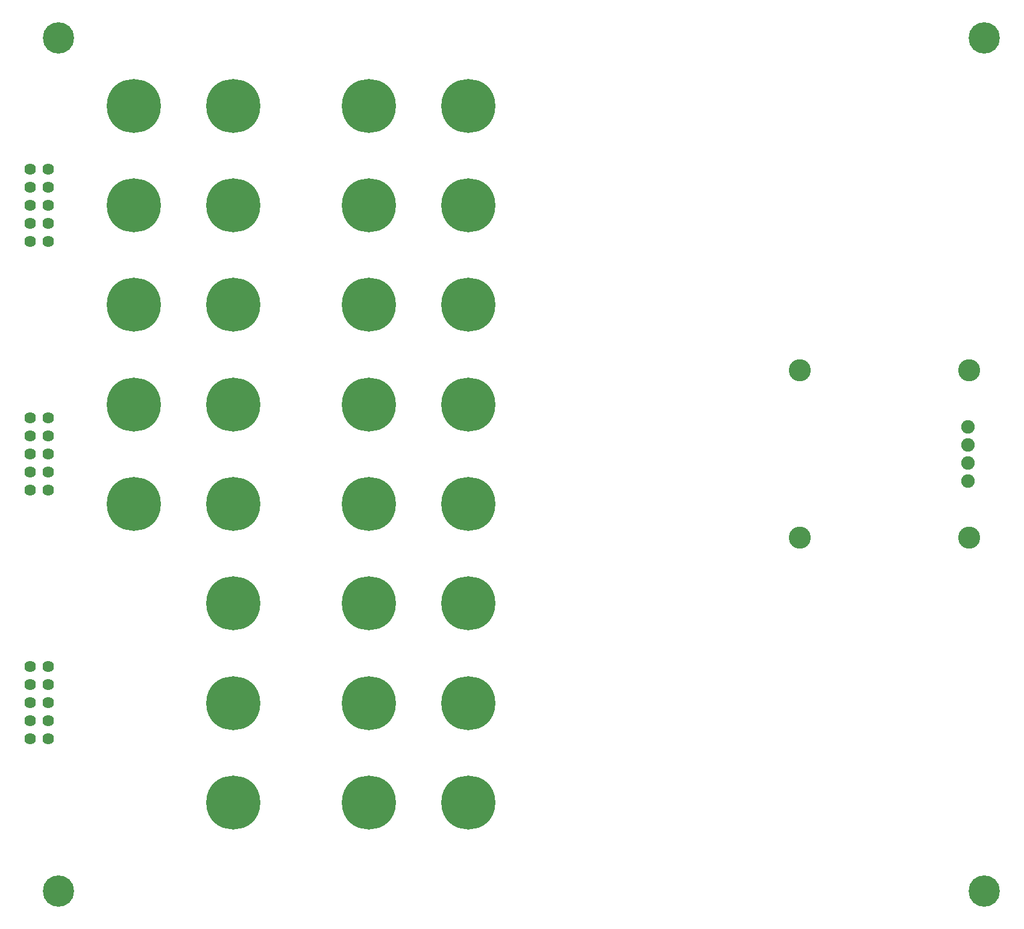
<source format=gbs>
G04 #@! TF.GenerationSoftware,KiCad,Pcbnew,7.0.7*
G04 #@! TF.CreationDate,2023-10-09T21:47:46+02:00*
G04 #@! TF.ProjectId,Kaboom_box_top,4b61626f-6f6d-45f6-926f-785f746f702e,rev?*
G04 #@! TF.SameCoordinates,Original*
G04 #@! TF.FileFunction,Soldermask,Bot*
G04 #@! TF.FilePolarity,Negative*
%FSLAX46Y46*%
G04 Gerber Fmt 4.6, Leading zero omitted, Abs format (unit mm)*
G04 Created by KiCad (PCBNEW 7.0.7) date 2023-10-09 21:47:46*
%MOMM*%
%LPD*%
G01*
G04 APERTURE LIST*
%ADD10C,7.600000*%
%ADD11C,1.624003*%
%ADD12C,3.100000*%
%ADD13C,1.900000*%
%ADD14C,4.400000*%
G04 APERTURE END LIST*
D10*
G04 #@! TO.C,J136*
X142535534Y-133535534D03*
G04 #@! TD*
G04 #@! TO.C,J137*
X142535534Y-147535534D03*
G04 #@! TD*
G04 #@! TO.C,J135*
X142535534Y-119535534D03*
G04 #@! TD*
G04 #@! TO.C,J155*
X95535534Y-63535534D03*
G04 #@! TD*
D11*
G04 #@! TO.C,P101*
X83535534Y-68615544D03*
X80995528Y-68615544D03*
X83535534Y-66075539D03*
X80995528Y-66075539D03*
X83535534Y-63535534D03*
X80995528Y-63535534D03*
X83535534Y-60995529D03*
X80995528Y-60995529D03*
X83535534Y-58455524D03*
X80995528Y-58455524D03*
G04 #@! TD*
D12*
G04 #@! TO.C,U144*
X212936068Y-86745529D03*
X189136068Y-86745529D03*
X212936068Y-110245529D03*
X189136068Y-110245529D03*
D13*
X212736068Y-94685521D03*
X212736068Y-97225526D03*
X212736068Y-99765532D03*
X212736068Y-102305537D03*
G04 #@! TD*
D10*
G04 #@! TO.C,J139*
X128535534Y-63535534D03*
G04 #@! TD*
G04 #@! TO.C,J154*
X95535534Y-49535534D03*
G04 #@! TD*
G04 #@! TO.C,J138*
X128535534Y-49535534D03*
G04 #@! TD*
G04 #@! TO.C,J156*
X95535534Y-77535534D03*
G04 #@! TD*
D14*
G04 #@! TO.C,H108*
X85000000Y-160000000D03*
G04 #@! TD*
D10*
G04 #@! TO.C,J131*
X142535534Y-63535534D03*
G04 #@! TD*
G04 #@! TO.C,J132*
X142535534Y-77535534D03*
G04 #@! TD*
G04 #@! TO.C,J151*
X109535534Y-119535534D03*
G04 #@! TD*
G04 #@! TO.C,J150*
X109535534Y-105535534D03*
G04 #@! TD*
G04 #@! TO.C,J144*
X128535534Y-133535534D03*
G04 #@! TD*
G04 #@! TO.C,J157*
X95535534Y-91535534D03*
G04 #@! TD*
G04 #@! TO.C,J147*
X109535534Y-63535534D03*
G04 #@! TD*
G04 #@! TO.C,J152*
X109535534Y-133535534D03*
G04 #@! TD*
D11*
G04 #@! TO.C,P103*
X83535534Y-103575539D03*
X80995528Y-103575539D03*
X83535534Y-101035534D03*
X80995528Y-101035534D03*
X83535534Y-98495529D03*
X80995528Y-98495529D03*
X83535534Y-95955524D03*
X80995528Y-95955524D03*
X83535534Y-93415519D03*
X80995528Y-93415519D03*
G04 #@! TD*
D10*
G04 #@! TO.C,J145*
X128535534Y-147535534D03*
G04 #@! TD*
G04 #@! TO.C,J143*
X128535534Y-119535534D03*
G04 #@! TD*
G04 #@! TO.C,J148*
X109535534Y-77535534D03*
G04 #@! TD*
G04 #@! TO.C,J142*
X128535534Y-105535534D03*
G04 #@! TD*
G04 #@! TO.C,J149*
X109535534Y-91535534D03*
G04 #@! TD*
G04 #@! TO.C,J146*
X109535534Y-49535534D03*
G04 #@! TD*
G04 #@! TO.C,J141*
X128535534Y-91535534D03*
G04 #@! TD*
G04 #@! TO.C,J153*
X109535534Y-147535534D03*
G04 #@! TD*
D14*
G04 #@! TO.C,H105*
X215000000Y-40000000D03*
G04 #@! TD*
D10*
G04 #@! TO.C,J130*
X142535534Y-49535534D03*
G04 #@! TD*
G04 #@! TO.C,J158*
X95535534Y-105535534D03*
G04 #@! TD*
G04 #@! TO.C,J140*
X128535534Y-77535534D03*
G04 #@! TD*
D11*
G04 #@! TO.C,P105*
X83535534Y-138575538D03*
X80995528Y-138575538D03*
X83535534Y-136035533D03*
X80995528Y-136035533D03*
X83535534Y-133495528D03*
X80995528Y-133495528D03*
X83535534Y-130955523D03*
X80995528Y-130955523D03*
X83535534Y-128415518D03*
X80995528Y-128415518D03*
G04 #@! TD*
D10*
G04 #@! TO.C,J133*
X142535534Y-91535534D03*
G04 #@! TD*
D14*
G04 #@! TO.C,H106*
X85000000Y-40000000D03*
G04 #@! TD*
G04 #@! TO.C,H107*
X215000000Y-160000000D03*
G04 #@! TD*
D10*
G04 #@! TO.C,J134*
X142535534Y-105535534D03*
G04 #@! TD*
M02*

</source>
